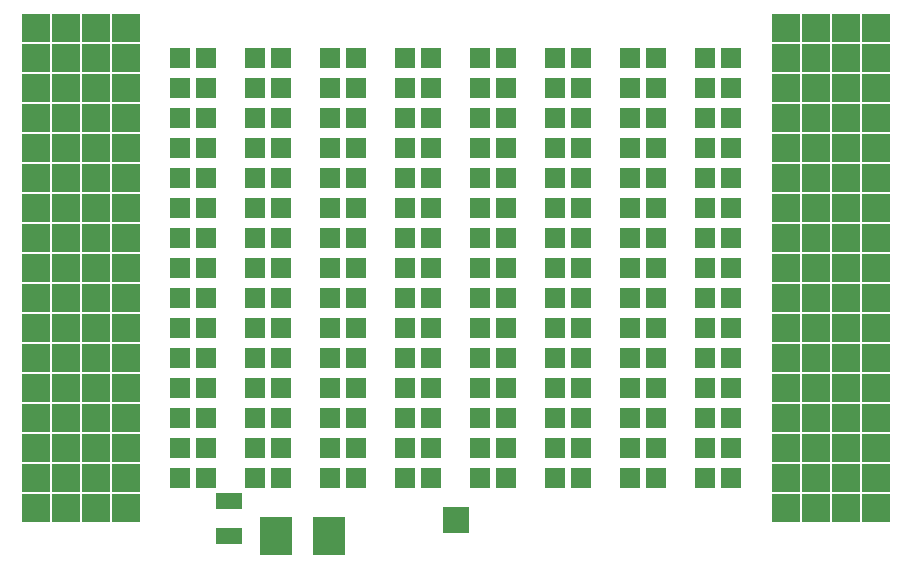
<source format=gts>
G04 #@! TF.FileFunction,Soldermask,Top*
%FSLAX46Y46*%
G04 Gerber Fmt 4.6, Leading zero omitted, Abs format (unit mm)*
G04 Created by KiCad (PCBNEW 4.0.6) date 05/18/18 10:42:42*
%MOMM*%
%LPD*%
G01*
G04 APERTURE LIST*
%ADD10C,0.150000*%
%ADD11R,2.407920X2.407920*%
%ADD12R,2.208000X2.208000*%
%ADD13R,1.708000X1.708000*%
%ADD14R,2.208000X1.408000*%
%ADD15R,2.708000X3.258000*%
G04 APERTURE END LIST*
D10*
D11*
X104140000Y-43180000D03*
X106680000Y-43180000D03*
X109220000Y-43180000D03*
X111760000Y-43180000D03*
X104140000Y-45720000D03*
X106680000Y-45720000D03*
X109220000Y-45720000D03*
X111760000Y-45720000D03*
X104140000Y-48260000D03*
X106680000Y-48260000D03*
X109220000Y-48260000D03*
X111760000Y-48260000D03*
X104140000Y-50800000D03*
X106680000Y-50800000D03*
X109220000Y-50800000D03*
X111760000Y-50800000D03*
X104140000Y-53340000D03*
X106680000Y-53340000D03*
X109220000Y-53340000D03*
X111760000Y-53340000D03*
X104140000Y-55880000D03*
X106680000Y-55880000D03*
X109220000Y-55880000D03*
X111760000Y-55880000D03*
X104140000Y-58420000D03*
X106680000Y-58420000D03*
X109220000Y-58420000D03*
X111760000Y-58420000D03*
X104140000Y-60960000D03*
X106680000Y-60960000D03*
X109220000Y-60960000D03*
X111760000Y-60960000D03*
X104140000Y-63500000D03*
X106680000Y-63500000D03*
X109220000Y-63500000D03*
X111760000Y-63500000D03*
X104140000Y-66040000D03*
X106680000Y-66040000D03*
X109220000Y-66040000D03*
X111760000Y-66040000D03*
X104140000Y-68580000D03*
X106680000Y-68580000D03*
X109220000Y-68580000D03*
X111760000Y-68580000D03*
X104140000Y-71120000D03*
X106680000Y-71120000D03*
X109220000Y-71120000D03*
X111760000Y-71120000D03*
X104140000Y-73660000D03*
X106680000Y-73660000D03*
X109220000Y-73660000D03*
X111760000Y-73660000D03*
X104140000Y-76200000D03*
X106680000Y-76200000D03*
X109220000Y-76200000D03*
X111760000Y-76200000D03*
X104140000Y-78740000D03*
X106680000Y-78740000D03*
X109220000Y-78740000D03*
X111760000Y-78740000D03*
X40640000Y-78740000D03*
X43180000Y-78740000D03*
X45720000Y-78740000D03*
X48260000Y-78740000D03*
X40640000Y-76200000D03*
X43180000Y-76200000D03*
X45720000Y-76200000D03*
X48260000Y-76200000D03*
X40640000Y-73660000D03*
X43180000Y-73660000D03*
X45720000Y-73660000D03*
X48260000Y-73660000D03*
X40640000Y-71120000D03*
X43180000Y-71120000D03*
X45720000Y-71120000D03*
X48260000Y-71120000D03*
X40640000Y-68580000D03*
X43180000Y-68580000D03*
X45720000Y-68580000D03*
X48260000Y-68580000D03*
X40640000Y-66040000D03*
X43180000Y-66040000D03*
X45720000Y-66040000D03*
X48260000Y-66040000D03*
X40640000Y-63500000D03*
X43180000Y-63500000D03*
X45720000Y-63500000D03*
X48260000Y-63500000D03*
X40640000Y-60960000D03*
X43180000Y-60960000D03*
X45720000Y-60960000D03*
X48260000Y-60960000D03*
X40640000Y-58420000D03*
X43180000Y-58420000D03*
X45720000Y-58420000D03*
X48260000Y-58420000D03*
X40640000Y-55880000D03*
X43180000Y-55880000D03*
X45720000Y-55880000D03*
X48260000Y-55880000D03*
X40640000Y-53340000D03*
X43180000Y-53340000D03*
X45720000Y-53340000D03*
X48260000Y-53340000D03*
X40640000Y-50800000D03*
X43180000Y-50800000D03*
X45720000Y-50800000D03*
X48260000Y-50800000D03*
X40640000Y-48260000D03*
X43180000Y-48260000D03*
X45720000Y-48260000D03*
X48260000Y-48260000D03*
X40640000Y-45720000D03*
X43180000Y-45720000D03*
X45720000Y-45720000D03*
X48260000Y-45720000D03*
X40640000Y-43180000D03*
X43180000Y-43180000D03*
X45720000Y-43180000D03*
X48260000Y-43180000D03*
X48260000Y-40640000D03*
X48260000Y-81280000D03*
X104140000Y-81280000D03*
X104140000Y-40640000D03*
X45720000Y-40640000D03*
X43180000Y-40640000D03*
X45720000Y-81280000D03*
X43180000Y-81280000D03*
X106680000Y-81280000D03*
X109220000Y-81280000D03*
X106680000Y-40640000D03*
X109220000Y-40640000D03*
X40640000Y-40640000D03*
X40640000Y-81280000D03*
X111760000Y-81280000D03*
X111760000Y-40640000D03*
D12*
X76200000Y-82296000D03*
D13*
X80475000Y-43180000D03*
X78275000Y-43180000D03*
X86825000Y-43180000D03*
X84625000Y-43180000D03*
X93175000Y-43180000D03*
X90975000Y-43180000D03*
X99525000Y-43180000D03*
X97325000Y-43180000D03*
X80475000Y-45720000D03*
X78275000Y-45720000D03*
X86825000Y-45720000D03*
X84625000Y-45720000D03*
X93175000Y-45720000D03*
X90975000Y-45720000D03*
X99525000Y-45720000D03*
X97325000Y-45720000D03*
X80475000Y-48260000D03*
X78275000Y-48260000D03*
X86825000Y-48260000D03*
X84625000Y-48260000D03*
X93175000Y-48260000D03*
X90975000Y-48260000D03*
X99525000Y-48260000D03*
X97325000Y-48260000D03*
X80475000Y-50800000D03*
X78275000Y-50800000D03*
X86825000Y-50800000D03*
X84625000Y-50800000D03*
X93175000Y-50800000D03*
X90975000Y-50800000D03*
X99525000Y-50800000D03*
X97325000Y-50800000D03*
X80475000Y-53340000D03*
X78275000Y-53340000D03*
X86825000Y-53340000D03*
X84625000Y-53340000D03*
X93175000Y-53340000D03*
X90975000Y-53340000D03*
X99525000Y-53340000D03*
X97325000Y-53340000D03*
X80475000Y-55880000D03*
X78275000Y-55880000D03*
X86825000Y-55880000D03*
X84625000Y-55880000D03*
X93175000Y-55880000D03*
X90975000Y-55880000D03*
X99525000Y-55880000D03*
X97325000Y-55880000D03*
X80475000Y-58420000D03*
X78275000Y-58420000D03*
X86825000Y-58420000D03*
X84625000Y-58420000D03*
X93175000Y-58420000D03*
X90975000Y-58420000D03*
X99525000Y-58420000D03*
X97325000Y-58420000D03*
X80475000Y-60960000D03*
X78275000Y-60960000D03*
X86825000Y-60960000D03*
X84625000Y-60960000D03*
X93175000Y-60960000D03*
X90975000Y-60960000D03*
X99525000Y-60960000D03*
X97325000Y-60960000D03*
X80475000Y-63500000D03*
X78275000Y-63500000D03*
X86825000Y-63500000D03*
X84625000Y-63500000D03*
X93175000Y-63500000D03*
X90975000Y-63500000D03*
X99525000Y-63500000D03*
X97325000Y-63500000D03*
X80475000Y-66040000D03*
X78275000Y-66040000D03*
X86825000Y-66040000D03*
X84625000Y-66040000D03*
X93175000Y-66040000D03*
X90975000Y-66040000D03*
X99525000Y-66040000D03*
X97325000Y-66040000D03*
X80475000Y-68580000D03*
X78275000Y-68580000D03*
X86825000Y-68580000D03*
X84625000Y-68580000D03*
X93175000Y-68580000D03*
X90975000Y-68580000D03*
X99525000Y-68580000D03*
X97325000Y-68580000D03*
X80475000Y-71120000D03*
X78275000Y-71120000D03*
X86825000Y-71120000D03*
X84625000Y-71120000D03*
X93175000Y-71120000D03*
X90975000Y-71120000D03*
X99525000Y-71120000D03*
X97325000Y-71120000D03*
X80475000Y-73660000D03*
X78275000Y-73660000D03*
X86825000Y-73660000D03*
X84625000Y-73660000D03*
X93175000Y-73660000D03*
X90975000Y-73660000D03*
X99525000Y-73660000D03*
X97325000Y-73660000D03*
X80475000Y-76200000D03*
X78275000Y-76200000D03*
X86825000Y-76200000D03*
X84625000Y-76200000D03*
X93175000Y-76200000D03*
X90975000Y-76200000D03*
X99525000Y-76200000D03*
X97325000Y-76200000D03*
X80475000Y-78740000D03*
X78275000Y-78740000D03*
X86825000Y-78740000D03*
X84625000Y-78740000D03*
X93175000Y-78740000D03*
X90975000Y-78740000D03*
X99525000Y-78740000D03*
X97325000Y-78740000D03*
X55075000Y-78740000D03*
X52875000Y-78740000D03*
X61425000Y-78740000D03*
X59225000Y-78740000D03*
X67775000Y-78740000D03*
X65575000Y-78740000D03*
X74125000Y-78740000D03*
X71925000Y-78740000D03*
X55075000Y-76200000D03*
X52875000Y-76200000D03*
X61425000Y-76200000D03*
X59225000Y-76200000D03*
X67775000Y-76200000D03*
X65575000Y-76200000D03*
X74125000Y-76200000D03*
X71925000Y-76200000D03*
X55075000Y-73660000D03*
X52875000Y-73660000D03*
X61425000Y-73660000D03*
X59225000Y-73660000D03*
X67775000Y-73660000D03*
X65575000Y-73660000D03*
X74125000Y-73660000D03*
X71925000Y-73660000D03*
X55075000Y-71120000D03*
X52875000Y-71120000D03*
X61425000Y-71120000D03*
X59225000Y-71120000D03*
X67775000Y-71120000D03*
X65575000Y-71120000D03*
X74125000Y-71120000D03*
X71925000Y-71120000D03*
X55075000Y-68580000D03*
X52875000Y-68580000D03*
X61425000Y-68580000D03*
X59225000Y-68580000D03*
X67775000Y-68580000D03*
X65575000Y-68580000D03*
X74125000Y-68580000D03*
X71925000Y-68580000D03*
X55075000Y-66040000D03*
X52875000Y-66040000D03*
X61425000Y-66040000D03*
X59225000Y-66040000D03*
X67775000Y-66040000D03*
X65575000Y-66040000D03*
X74125000Y-66040000D03*
X71925000Y-66040000D03*
X55075000Y-63500000D03*
X52875000Y-63500000D03*
X61425000Y-63500000D03*
X59225000Y-63500000D03*
X67775000Y-63500000D03*
X65575000Y-63500000D03*
X74125000Y-63500000D03*
X71925000Y-63500000D03*
X55075000Y-60960000D03*
X52875000Y-60960000D03*
X61425000Y-60960000D03*
X59225000Y-60960000D03*
X67775000Y-60960000D03*
X65575000Y-60960000D03*
X74125000Y-60960000D03*
X71925000Y-60960000D03*
X55075000Y-58420000D03*
X52875000Y-58420000D03*
X61425000Y-58420000D03*
X59225000Y-58420000D03*
X67775000Y-58420000D03*
X65575000Y-58420000D03*
X74125000Y-58420000D03*
X71925000Y-58420000D03*
X55075000Y-55880000D03*
X52875000Y-55880000D03*
X61425000Y-55880000D03*
X59225000Y-55880000D03*
X67775000Y-55880000D03*
X65575000Y-55880000D03*
X74125000Y-55880000D03*
X71925000Y-55880000D03*
X55075000Y-53340000D03*
X52875000Y-53340000D03*
X61425000Y-53340000D03*
X59225000Y-53340000D03*
X67775000Y-53340000D03*
X65575000Y-53340000D03*
X74125000Y-53340000D03*
X71925000Y-53340000D03*
X55075000Y-50800000D03*
X52875000Y-50800000D03*
X61425000Y-50800000D03*
X59225000Y-50800000D03*
X67775000Y-50800000D03*
X65575000Y-50800000D03*
X74125000Y-50800000D03*
X71925000Y-50800000D03*
X55075000Y-48260000D03*
X52875000Y-48260000D03*
X61425000Y-48260000D03*
X59225000Y-48260000D03*
X67775000Y-48260000D03*
X65575000Y-48260000D03*
X74125000Y-48260000D03*
X71925000Y-48260000D03*
X55075000Y-45720000D03*
X52875000Y-45720000D03*
X61425000Y-45720000D03*
X59225000Y-45720000D03*
X67775000Y-45720000D03*
X65575000Y-45720000D03*
X74125000Y-45720000D03*
X71925000Y-45720000D03*
X55075000Y-43180000D03*
X52875000Y-43180000D03*
X61425000Y-43180000D03*
X59225000Y-43180000D03*
X67775000Y-43180000D03*
X65575000Y-43180000D03*
X74125000Y-43180000D03*
X71925000Y-43180000D03*
D14*
X57000000Y-83650000D03*
X57000000Y-80750000D03*
D15*
X65450000Y-83700000D03*
X61000000Y-83700000D03*
M02*

</source>
